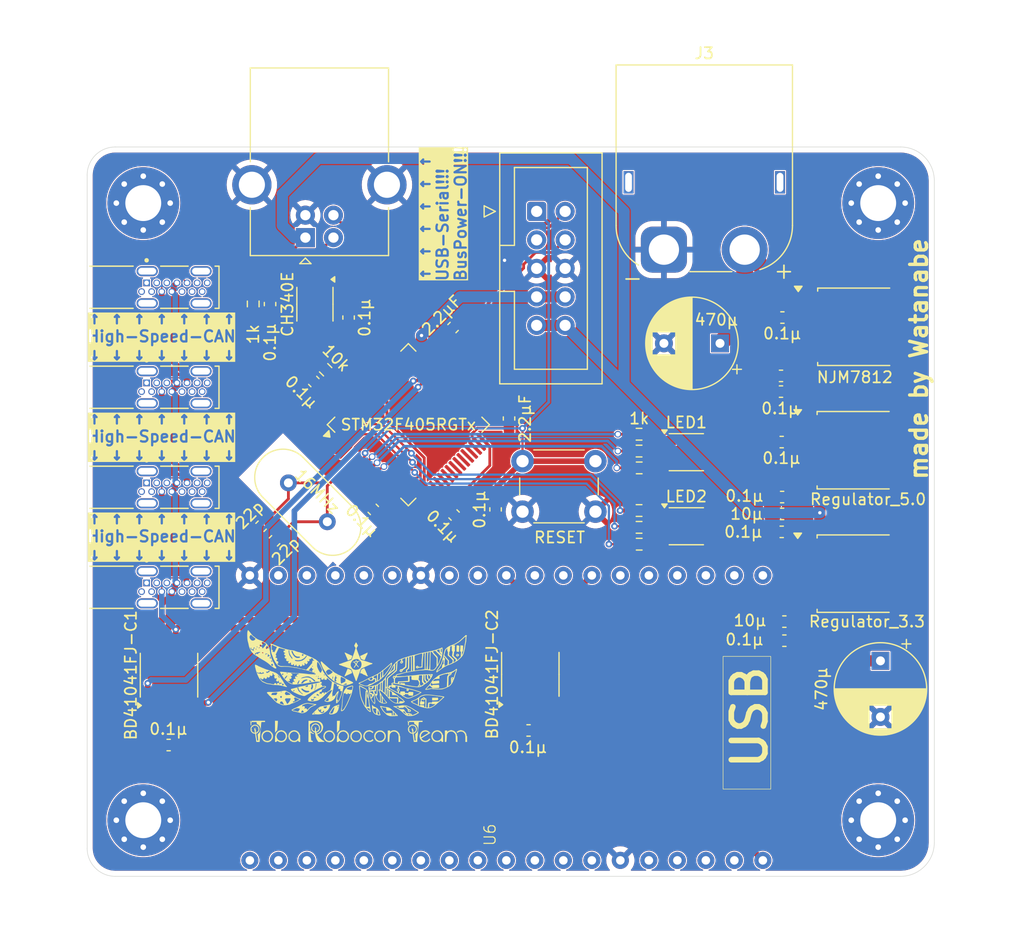
<source format=kicad_pcb>
(kicad_pcb (version 20241229) (generator "pcbnew") (generator_version "9.0")
  (layers (0 "F.Cu" signal) (2 "B.Cu" signal) (13 "F.Paste" user) (15 "B.Paste" user) (5 "F.SilkS" user "F.Silkscreen") (7 "B.SilkS" user "B.Silkscreen") (1 "F.Mask" user) (3 "B.Mask" user) (25 "Edge.Cuts" user))
  (net 0 "")
  (net 1 "CAN_RX")
  (net 2 "CAN_TX")
  (net 3 "CAN_H")
  (net 4 "CAN_L")
  (net 6 "GND")
  (net 7 "+5V")
  (net 8 "NRST")
  (net 9 "Net-(U1-PH0)")
  (net 10 "Net-(U1-PH1)")
  (net 11 "Net-(U1-VCAP_1)")
  (net 12 "Net-(U1-VCAP_2)")
  (net 13 "Net-(U2-V3)")
  (net 14 "+24V")
  (net 15 "+12V")
  (net 16 "+3.3V")
  (net 18 "SWDIO")
  (net 19 "SWCLK")
  (net 76 "Net-(LED1-BA)")
  (net 77 "Net-(LED1-GA)")
  (net 78 "Net-(LED1-RA)")
  (net 79 "Net-(LED2-RA)")
  (net 80 "Net-(LED2-GA)")
  (net 81 "Net-(LED2-BA)")
  (net 82 "Net-(U1-BOOT0)")
  (net 83 "LED1_B")
  (net 84 "LED1_R")
  (net 85 "LED1_G")
  (net 86 "LED2_B")
  (net 87 "LED2_R")
  (net 88 "LED2_G")
  (net 89 "Net-(U2-TNOW)")
  (net 117 "VCP_TX")
  (net 118 "VCP_RX")
  (net 131 "CAN_TX_ESP32")
  (net 133 "CAN_RX_ESP32")
  (net 166 "Net-(J1-D-)")
  (net 167 "Net-(J1-D+)")
  (footprint "Connector_IDC:IDC-Header_2x05_P2.54mm_Vertical" (layer "F.Cu") (at 231.56 51.74)
    (property "Reference" "J2" (hide yes))
    (property "Value" "Conn_02x05_Odd_Even" (hide yes))
  )
  (footprint "Capacitor_SMD:C_0603_1608Metric_Pad1.08x0.95mm_HandSolder" (layer "F.Cu") (at 198.7625 99.3 180)
    (property "Reference" "C2" (hide yes))
    (property "Value" "0.1μ")
  )
  (footprint "Button_Switch_THT:SW_PUSH_6mm" (layer "F.Cu") (at 236.8 78.5 180)
    (property "Reference" "SW1" (hide yes))
    (property "Value" "RESET")
  )
  (footprint "Capacitor_SMD:C_0603_1608Metric_Pad1.08x0.95mm_HandSolder" (layer "F.Cu") (at 214.8 61.2 90)
    (property "Reference" "C7" (hide yes))
    (property "Value" "0.1μ")
  )
  (footprint "Capacitor_THT:CP_Radial_D8.0mm_P5.00mm" (layer "F.Cu") (at 247.902651 63.5 180)
    (property "Reference" "C9" (hide yes))
    (property "Value" "470μ")
  )
  (footprint "Crystal:Crystal_HC18-U_Vertical" (layer "F.Cu") (at 212.9 79.4 135)
    (property "Reference" "Y1" (hide yes))
    (property "Value" "16MHz")
  )
  (footprint "Capacitor_SMD:C_0603_1608Metric_Pad1.08x0.95mm_HandSolder" (layer "F.Cu") (at 211.7 66.9 135)
    (property "Reference" "C19" (hide yes))
    (property "Value" "0.1μ")
  )
  (footprint "Capacitor_SMD:C_0603_1608Metric_Pad1.08x0.95mm_HandSolder" (layer "F.Cu") (at 253.4625 61.2)
    (property "Reference" "C10" (hide yes))
    (property "Value" "0.1μ")
  )
  (footprint "Resistor_SMD:R_0603_1608Metric_Pad0.98x0.95mm_HandSolder" (layer "F.Cu") (at 240.7 74.6)
    (property "Reference" "R4" (hide yes))
    (property "Value" "1k" (hide yes))
  )
  (footprint "Capacitor_SMD:C_0603_1608Metric_Pad1.08x0.95mm_HandSolder" (layer "F.Cu") (at 253.4375 77.2)
    (property "Reference" "C14" (hide yes))
    (property "Value" "0.1μ")
  )
  (footprint "Capacitor_SMD:C_0603_1608Metric_Pad1.08x0.95mm_HandSolder" (layer "F.Cu") (at 253.4 80.3)
    (property "Reference" "C16" (hide yes))
    (property "Value" "0.1μ")
  )
  (footprint "Capacitor_SMD:C_0603_1608Metric_Pad1.08x0.95mm_HandSolder" (layer "F.Cu") (at 207.8 60 90)
    (property "Reference" "C8" (hide yes))
    (property "Value" "0.1μ")
  )
  (footprint "Capacitor_SMD:C_0603_1608Metric_Pad1.08x0.95mm_HandSolder" (layer "F.Cu") (at 229.1 70.2 90)
    (property "Reference" "C5" (hide yes))
    (property "Value" "2.2μF")
  )
  (footprint "Resistor_SMD:R_0603_1608Metric_Pad0.98x0.95mm_HandSolder" (layer "F.Cu") (at 206.3 59.9875 -90)
    (property "Reference" "R13" (hide yes))
    (property "Value" "1k")
  )
  (footprint "Capacitor_THT:CP_Radial_D8.0mm_P5.00mm" (layer "F.Cu") (at 262.2 91.797349 -90)
    (property "Reference" "C23" (hide yes))
    (property "Value" "470μ")
  )
  (footprint "MountingHole:MountingHole_3.2mm_M3_Pad_Via" (layer "F.Cu") (at 262 51)
    (property "Reference" "REF**" (hide yes))
    (property "Value" "MountingHole_3.2mm_M3_Pad_Via")
  )
  (footprint "Resistor_SMD:R_0603_1608Metric_Pad0.98x0.95mm_HandSolder" (layer "F.Cu") (at 240.6875 78.4)
    (property "Reference" "R5" (hide yes))
    (property "Value" "1k" (hide yes))
  )
  (footprint "Capacitor_SMD:C_0603_1608Metric_Pad1.08x0.95mm_HandSolder" (layer "F.Cu") (at 230.8375 98 180)
    (property "Reference" "C22" (hide yes))
    (property "Value" "0.1μ")
  )
  (footprint "Capacitor_SMD:C_0603_1608Metric_Pad1.08x0.95mm_HandSolder" (layer "F.Cu") (at 207 79.8 -135)
    (property "Reference" "C3" (hide yes))
    (property "Value" "22p")
  )
  (footprint "Capacitor_SMD:C_0603_1608Metric_Pad1.08x0.95mm_HandSolder" (layer "F.Cu") (at 253.6375 90)
    (property "Reference" "C17" (hide yes))
    (property "Value" "0.1μ")
  )
  (footprint "MountingHole:MountingHole_3.2mm_M3_Pad_Via" (layer "F.Cu") (at 262 106)
    (property "Reference" "REF**" (hide yes))
    (property "Value" "MountingHole_3.2mm_M3_Pad_Via")
  )
  (footprint "my_parts:SAMESKY_UJ20-C-R-G-TH-3-P14" (layer "F.Cu") (at 196 76.327 -90)
    (property "Reference" "J6" (hide yes))
    (property "Value" "UJ20-C-R-G-TH-3-P14")
  )
  (footprint "my_parts:SAMESKY_UJ20-C-R-G-TH-3-P14" (layer "F.Cu") (at 196 67.4135 -90)
    (property "Reference" "J5" (hide yes))
    (property "Value" "UJ20-C-R-G-TH-3-P14")
  )
  (footprint "Resistor_SMD:R_0603_1608Metric_Pad0.98x0.95mm_HandSolder" (layer "F.Cu") (at 212.754765 65.854765 -45)
    (property "Reference" "R1" (hide yes))
    (property "Value" "10k")
  )
  (footprint "my_parts:SAMESKY_UJ20-C-R-G-TH-3-P14" (layer "F.Cu") (at 196 58.5 -90)
    (property "Reference" "J4" (hide yes))
    (property "Value" "UJ20-C-R-G-TH-3-P14")
  )
  (footprint "Resistor_SMD:R_0603_1608Metric_Pad0.98x0.95mm_HandSolder" (layer "F.Cu") (at 240.6875 71.6)
    (property "Reference" "R2" (hide yes))
    (property "Value" "1k")
  )
  (footprint "MountingHole:MountingHole_3.2mm_M3_Pad_Via" (layer "F.Cu") (at 196.5 51)
    (property "Reference" "REF**" (hide yes))
    (property "Value" "MountingHole_3.2mm_M3_Pad_Via")
  )
  (footprint "Capacitor_SMD:C_0603_1608Metric_Pad1.08x0.95mm_HandSolder" (layer "F.Cu") (at 208.2 81.1 -135)
    (property "Reference" "C4" (hide yes))
    (property "Value" "22p")
  )
  (footprint "Package_TO_SOT_SMD:TO-252-2" (layer "F.Cu") (at 259.865 73.025)
    (property "Reference" "U4" (hide yes))
    (property "Value" "Regulator_5.0")
  )
  (footprint "Capacitor_SMD:C_0603_1608Metric_Pad1.08x0.95mm_HandSolder" (layer "F.Cu") (at 217 78.3 -45)
    (property "Reference" "C21" (hide yes))
    (property "Value" "0.1μ")
  )
  (footprint "my_parts:SAMESKY_UJ20-C-R-G-TH-3-P14" (layer "F.Cu") (at 196 85.2405 -90)
    (property "Reference" "J7" (hide yes))
    (property "Value" "UJ20-C-R-G-TH-3-P14")
  )
  (footprint "LED_SMD:LED_ROHM_SMLVN6" (layer "F.Cu") (at 244.9 73.2)
    (property "Reference" "LED1")
    (property "Value" "SMLVN6RGB")
  )
  (footprint "Package_SO:SOIC-8_3.9x4.9mm_P1.27mm" (layer "F.Cu") (at 230.995 93 90)
    (property "Reference" "BD41041FJ-C2")
    (property "Value" "MCP2561-E-SN" (hide yes))
  )
  (footprint "Capacitor_SMD:C_0603_1608Metric_Pad1.08x0.95mm_HandSolder" (layer "F.Cu") (at 224.10988 62.09012 45)
    (property "Reference" "C6" (hide yes))
    (property "Value" "2.2μF")
  )
  (footprint "Package_SO:MSOP-10_3x3mm_P0.5mm" (layer "F.Cu") (at 211.8 60.0125 -90)
    (property "Reference" "U2" (hide yes))
    (property "Value" "CH340E")
  )
  (footprint "Capacitor_SMD:C_0603_1608Metric_Pad1.08x0.95mm_HandSolder" (layer "F.Cu") (at 253.4375 78.7)
    (property "Reference" "C15" (hide yes))
    (property "Value" "10μ")
  )
  (footprint "Capacitor_SMD:C_0603_1608Metric_Pad1.08x0.95mm_HandSolder" (layer "F.Cu") (at 253.6375 88.3)
    (property "Reference" "C18" (hide yes))
    (property "Value" "10μ")
  )
  (footprint "Resistor_SMD:R_0603_1608Metric_Pad0.98x0.95mm_HandSolder" (layer "F.Cu") (at 240.6875 79.9)
    (property "Reference" "R6" (hide yes))
    (property "Value" "1k" (hide yes))
  )
  (footprint "Package_TO_SOT_SMD:TO-252-2" (layer "F.Cu") (at 259.865 84.025)
    (property "Reference" "U5" (hide yes))
    (property "Value" "Regulator_3.3")
  )
  (footprint "Resistor_SMD:R_0603_1608Metric_Pad0.98x0.95mm_HandSolder" (layer "F.Cu") (at 240.6875 73.1)
    (property "Reference" "R3" (hide yes))
    (property "Value" "1k" (hide yes))
  )
  (footprint "MountingHole:MountingHole_3.2mm_M3_Pad_Via" (layer "F.Cu") (at 196.5 106)
    (property "Reference" "REF**" (hide yes))
    (property "Value" "MountingHole_3.2mm_M3_Pad_Via")
  )
  (footprint "Capacitor_SMD:C_0603_1608Metric_Pad1.08x0.95mm_HandSolder" (layer "F.Cu") (at 253.3375 66.4)
    (property "Reference" "C12" (hide yes))
    (property "Value" "0.1μ" (hide yes))
  )
  (footprint "Connector_USB:USB_B_OST_USB-B1HSxx_Horizontal" (layer "F.Cu") (at 210.95 54.0775 90)
    (property "Reference" "J1" (hide yes))
    (property "Value" "USB_B")
  )
  (footprint "Resistor_SMD:R_0603_1608Metric_Pad0.98x0.95mm_HandSolder" (layer "F.Cu") (at 240.7 81.4)
    (property "Reference" "R7" (hide yes))
    (property "Value" "1k" (hide yes))
  )
  (footprint "Capacitor_SMD:C_0603_1608Metric_Pad1.08x0.95mm_HandSolder" (layer "F.Cu") (at 253.3375 67.8)
    (property "Reference" "C11" (hide yes))
    (property "Value" "0.1μ")
  )
  (footprint "Connector_AMASS:AMASS_XT60PW-M_1x02_P7.20mm_Horizontal" (layer "F.Cu") (at 242.9 55.15)
    (property "Reference" "J3")
    (property "Value" "Conn_01x02_Pin")
  )
  (footprint "Capacitor_SMD:C_0603_1608Metric_Pad1.08x0.95mm_HandSolder" (layer "F.Cu") (at 224.2 78.8 -45)
    (property "Reference" "C20" (hide yes))
    (property "Value" "0.1μ")
  )
  (footprint "Package_SO:SOIC-8_3.9x4.9mm_P1.27mm" (layer "F.Cu") (at 198.795 93.075 90)
    (property "Reference" "BD41041FJ-C1")
    (property "Value" "MCP2561-E-SN" (hide yes))
  )
  (footprint "Package_TO_SOT_SMD:TO-252-2" (layer "F.Cu") (at 259.915 62.025)
    (property "Reference" "U3" (hide yes))
    (property "Value" "NJM7812")
  )
  (footprint "Capacitor_SMD:C_0603_1608Metric_Pad1.08x0.95mm_HandSolder" (layer "F.Cu") (at 253.4 72.3)
    (property "Reference" "C13" (hide yes))
    (property "Value" "0.1μ")
  )
  (footprint "esp32:ESP32_DevkitC" (layer "F.Cu") (at 231.4 104.5 90)
    (property "Reference" "U6")
    (property "Value" "~")
  )
  (footprint "LED_SMD:LED_ROHM_SMLVN6" (layer "F.Cu") (at 244.9 79.8)
    (property "Reference" "LED2")
    (property "Value" "SMLVN6RGB")
  )
  (footprint "Package_QFP:LQFP-64_10x10mm_P0.5mm" (layer "F.Cu") (at 220.124606 70.750268 45)
    (property "Reference" "U1" (hide yes))
    (property "Value" "STM32F405RGTx")
  )
  (footprint "LOGO" (layer "F.Cu") (at 215.6 94.1)
    (property "Reference" "G***" (hide yes))
    (property "Value" "LOGO" (hide yes))
  )
  (footprint "Capacitor_SMD:C_0603_1608Metric_Pad1.08x0.95mm_HandSolder" (layer "F.Cu") (at 227.9 78.3 -90)
    (property "Reference" "C1" (hide yes))
    (property "Value" "0.1μ")
  )
  (gr_rect (start 248.175 91.4) (end 252.425 103.225) (stroke (width 0.05)) (fill no) (layer "F.SilkS"))
  (gr_line (start 191.5 48.5) (end 191.5 108.5) (stroke (width 0.05)) (layer "Edge.Cuts"))
  (gr_line (start 194 111) (end 264 111) (stroke (width 0.05)) (layer "Edge.Cuts"))
  (gr_line (start 264 46) (end 194 46) (stroke (width 0.05)) (layer "Edge.Cuts"))
  (gr_arc (start 191.5 48.5) (mid 192.232233 46.732233) (end 194 46) (stroke (width 0.05)) (layer "Edge.Cuts"))
  (gr_line (start 267 49) (end 267 108) (stroke (width 0.05)) (layer "Edge.Cuts"))
  (gr_arc (start 194 111) (mid 192.232233 110.267767) (end 191.5 108.5) (stroke (width 0.05)) (layer "Edge.Cuts"))
  (gr_arc (start 264 46) (mid 266.12132 46.87868) (end 267 49) (stroke (width 0.05)) (layer "Edge.Cuts"))
  (gr_arc (start 267 108) (mid 266.12132 110.12132) (end 264 111) (stroke (width 0.05)) (layer "Edge.Cuts"))
  (gr_text "made by Watanabe" (at 266.5 75.8 90) (layer "F.SilkS") (effects (font (size 1.5 1.5) (thickness 0.3) (bold yes)) (justify left bottom)))
  (gr_text "↑ ↑ ↑ ↑ ↑ ↑ ↑\nHigh-Speed-CAN\n↓ ↓ ↓ ↓ ↓ ↓ ↓" (at 191.4 82.9 0) (layer "F.SilkS" knockout) (effects (font (size 1 1) (thickness 0.2) (bold yes)) (justify left bottom)))
  (gr_text "↑ ↑ ↑ ↑ ↑ ↑\nUSB-Serial!!!\nBusPower-ON!!!" (at 225.375 58.05 90) (layer "F.SilkS" knockout) (effects (font (size 1 1) (thickness 0.2) (bold yes)) (justify left bottom)))
  (gr_text "↑ ↑ ↑ ↑ ↑ ↑ ↑\nHigh-Speed-CAN\n↓ ↓ ↓ ↓ ↓ ↓ ↓" (at 191.4 74 0) (layer "F.SilkS" knockout) (effects (font (size 1 1) (thickness 0.2) (bold yes)) (justify left bottom)))
  (gr_text "USB" (at 252.3 101.65 90) (layer "F.SilkS") (effects (font (size 3 3) (thickness 0.5) (bold yes)) (justify left bottom)))
  (gr_text "↑ ↑ ↑ ↑ ↑ ↑ ↑\nHigh-Speed-CAN\n↓ ↓ ↓ ↓ ↓ ↓ ↓" (at 191.4 65.075 0) (layer "F.SilkS" knockout) (effects (font (size 1 1) (thickness 0.2) (bold yes)) (justify left bottom)))
  (segment (start 200.7 95.55) (end 202.25 95.55) (width 0.5) (layer "F.Cu") (net 1))
  (segment (start 221 67.4) (end 222.9 65.5) (width 0.25) (layer "F.Cu") (net 1))
  (segment (start 202.25 95.55) (end 202.3 95.5) (width 0.5) (layer "F.Cu") (net 1))
  (via (at 202.3 95.5) (size 0.6) (drill 0.3) (layers "F.Cu" "B.Cu") (net 1))
  (via (at 221 67.4) (size 0.6) (drill 0.3) (layers "F.Cu" "B.Cu") (net 1))
  (segment (start 209.968 78.432) (end 221 67.4) (width 0.5) (layer "B.Cu") (net 1))
  (segment (start 209.968 87.832) (end 209.968 78.432) (width 0.5) (layer "B.Cu") (net 1))
  (segment (start 202.3 95.5) (end 209.968 87.832) (width 0.5) (layer "B.Cu") (net 1))
  (segment (start 196.9 95.54) (end 196.89 95.55) (width 0.5) (layer "F.Cu") (net 2))
  (segment (start 220.839504 66.85339) (end 220.562712 66.85339) (width 0.25) (layer "F.Cu") (net 2))
  (segment (start 222.546447 65.146447) (end 220.839504 66.85339) (width 0.25) (layer "F.Cu") (net 2))
  (segment (start 196.9 93.8) (end 196.9 95.54) (width 0.5) (layer "F.Cu") (net 2))
  (via (at 220.562712 66.85339) (size 0.6) (drill 0.3) (layers "F.Cu" "B.Cu") (net 2))
  (via (at 196.9 93.8) (size 0.6) (drill 0.3) (layers "F.Cu" "B.Cu") (net 2))
  (segment (start 200.3 93.5) (end 197.2 93.5) (width 0.5) (layer "B.Cu") (net 2))
  (segment (start 220.562712 66.85339) (end 207.428 79.988102) (width 0.5) (layer "B.Cu") (net 2))
  (segment (start 197.2 93.5) (end 196.9 93.8) (width 0.5) (layer "B.Cu") (net 2))
  (segment (start 207.428 79.988102) (end 207.428 86.372) (width 0.5) (layer "B.Cu") (net 2))
  (segment (start 207.428 86.372) (end 200.3 93.5) (width 0.5) (layer "B.Cu") (net 2))
  (segment (start 199.05 85.6305) (end 199.35 85.3305) (width 0.5) (layer "F.Cu") (net 3))
  (segment (start 199.2 58.74) (end 199.05 58.89) (width 0.5) (layer "F.Cu") (net 3))
  (segment (start 230.36 90.525) (end 230.36 88.84) (width 0.5) (layer "F.Cu") (net 3))
  (segment (start 199.05 76.717) (end 199.35 76.417) (width 0.5) (layer "F.Cu") (net 3))
  (segment (start 199.35 76.087) (end 199.5 75.937) (width 0.5) (layer "F.Cu") (net 3))
  (segment (start 199.05 67.784261) (end 199.5 67.334261) (width 0.5) (layer "F.Cu") (net 3))
  (segment (start 230.36 88.84) (end 204.146262 88.84) (width 0.5) (layer "F.Cu") (net 3))
  (segment (start 199.05 67.8035) (end 199.05 67.784261) (width 0.5) (layer "F.Cu") (net 3))
  (segment (start 198.225 91.925) (end 198.16 91.86) (width 0.5) (layer "F.Cu") (net 3))
  (segment (start 204.146262 88.84) (end 201.061262 91.925) (width 0.5) (layer "F.Cu") (net 3))
  (segment (start 199.05 85.85) (end 198.16 86.74) (width 0.5) (layer "F.Cu") (net 3))
  (segment (start 201.061262 91.925) (end 198.225 91.925) (width 0.5) (layer "F.Cu") (net 3))
  (segment (start 199.35 76.417) (end 199.35 76.087) (width 0.5) (layer "F.Cu") (net 3))
  (segment (start 199.35 85.0005) (end 199.5 84.8505) (width 0.5) (layer "F.Cu") (net 3))
  (segment (start 199.5 67.334261) (end 199.5 67.0235) (width 0.5) (layer "F.Cu") (net 3))
  (segment (start 199.5 58.11) (end 199.2 58.41) (width 0.5) (layer "F.Cu") (net 3))
  (segment (start 199.35 85.3305) (end 199.35 85.0005) (width 0.5) (layer "F.Cu") (net 3))
  (segment (start 198.16 86.74) (end 198.16 90.6) (width 0.5) (layer "F.Cu") (net 3))
  (segment (start 199.2 58.41) (end 199.2 58.74) (width 0.5) (layer "F.Cu") (net 3))
  (segment (start 198.16 91.86) (end 198.16 90.6) (width 0.5) (layer "F.Cu") (net 3))
  (segment (start 199.05 85.6305) (end 199.05 85.85) (width 0.5) (layer "F.Cu") (net 3))
  (segment (start 199.35 84.7005) (end 199.5 84.8505) (width 0.5) (layer "B.Cu") (net 3))
  (segment (start 199.05 76.717) (end 199.35 77.017) (width 0.5) (layer "B.Cu") (net 3))
  (segment (start 199.35 59.19) (end 199.35 66.8735) (width 0.5) (layer "B.Cu") (net 3))
  (segment (start 199.05 58.89) (end 199.35 59.19) (width 0.5) (layer "B.Cu") (net 3))
  (segment (start 199.05 67.8035) (end 199.35 68.1035) (width 0.5) (layer "B.Cu") (net 3))
  (segment (start 199.35 68.1035) (end 199.35 75.787) (width 0.5) (layer "B.Cu") (net 3))
  (segment (start 199.35 77.017) (end 199.35 84.7005) (width 0.5) (layer "B.Cu") (net 3))
  (segment (start 199.35 75.787) (end 199.5 75.937) (width 0.5) (layer "B.Cu") (net 3))
  (segment (start 199.35 66.8735) (end 199.5 67.0235) (width 0.5) (layer "B.Cu") (net 3))
  (segment (start 198.15 67.8035) (end 198.15 66.837103) (width 0.1) (layer "F.Cu") (net 4))
  (segment (start 198.15 57.923603) (end 198.413603 57.66) (width 0.1) (layer "F.Cu") (net 4))
  (segment (start 198.15 64.114871) (end 200.4 66.364871) (width 0.5) (layer "F.Cu") (net 4))
  (segment (start 230.669239 88.15) (end 200.25 88.15) (width 0.5) (layer "F.Cu") (net 4))
  (segment (start 199.95 75.487) (end 200.4 75.937) (width 0.1) (layer "F.Cu") (net 4))
  (segment (start 198.15 85.6305) (end 198.15 84.664103) (width 0.1) (layer "F.Cu") (net 4))
  (segment (start 199.95 66.5735) (end 200.4 67.0235) (width 0.1) (layer "F.Cu") (net 4))
  (segment (start 198.15 66.837103) (end 198.413603 66.5735) (width 0.1) (layer "F.Cu") (net 4))
  (segment (start 199.4 90.57) (end 199.43 90.6) (width 0.5) (layer "F.Cu") (net 4))
  (segment (start 231.63 89.110761) (end 230.669239 88.15) (width 0.5) (layer "F.Cu") (net 4))
  (segment (start 200.35 84.8005) (end 200.4 84.8505) (width 0.5) (layer "F.Cu") (net 4))
  (segment (start 199.4 89) (end 199.4 90.57) (width 0.5) (layer "F.Cu") (net 4))
  (segment (start 200.25 88.15) (end 199.4 89) (width 0.5) (layer "F.Cu") (net 4))
  (segment (start 198.413603 66.5735) (end 199.95 66.5735) (width 0.1) (layer "F.Cu") (net 4))
  (segment (start 198.15 58.89) (end 198.15 57.923603) (width 0.1) (layer "F.Cu") (net 4))
  (segment (start 200.4 66.364871) (end 200.4 67.0235) (width 0.5) (layer "F.Cu") (net 4))
  (segment (start 198.413603 75.487) (end 199.95 75.487) (width 0.1) (layer "F.Cu") (net 4))
  (segment (start 198.15 81.4) (end 200.35 83.6) (width 0.5) (layer "F.Cu") (net 4))
  (segment (start 200.4 75.278371) (end 200.4 75.937) (width 0.5) (layer "F.Cu") (net 4))
  (segment (start 198.15 58.89) (end 198.15 64.114871) (width 0.5) (layer "F.Cu") (net 4))
  (segment (start 198.15 67.8035) (end 198.15 73.028371) (width 0.5) (layer "F.Cu") (net 4))
  (segment (start 198.15 84.664103) (end 198.413603 84.4005) (width 0.1) (layer "F.Cu") (net 4))
  (segment (start 198.15 76.717) (end 198.15 81.4) (width 0.5) (layer "F.Cu") (net 4))
  (segment (start 199.95 57.66) (end 200.4 58.11) (width 0.1) (layer "F.Cu") (net 4))
  (segment (start 198.413603 57.66) (end 199.95 57.66) (width 0.1) (layer "F.Cu") (net 4))
  (segment (start 200.35 83.6) (end 200.35 84.8005) (width 0.5) (layer "F.Cu") (net 4))
  (segment (start 198.413603 84.4005) (end 199.95 84.4005) (width 0.1) (layer "F.Cu") (net 4))
  (segment (start 231.63 90.525) (end 231.63 89.110761) (width 0.5) (layer "F.Cu") (net 4))
  (segment (start 198.15 73.028371) (end 200.4 75.278371) (width 0.5) (layer "F.Cu") (net 4))
  (segment (start 198.15 75.750603) (end 198.413603 75.487) (width 0.1) (layer "F.Cu") (net 4))
  (segment (start 199.95 84.4005) (end 200.4 84.8505) (width 0.1) (layer "F.Cu") (net 4))
  (segment (start 198.15 76.717) (end 198.15 75.750603) (width 0.1) (layer "F.Cu") (net 4))
  (via (at 199.4 89) (size 0.6) (drill 0.3) (layers "F.Cu" "B.Cu") (net 4))
  (segment (start 198.15 87.75) (end 199.4 89) (width 0.5) (layer "B.Cu") (net 4))
  (segment (start 198.15 85.6305) (end 198.15 87.75) (width 0.5) (layer "B.Cu") (net 4))
  (via (at 228.7 56.1) (size 0.6) (drill 0.3) (layers "F.Cu" "B.Cu") (net 6))
  (segment (start 253.725 75.305) (end 252.575 76.455) (width 1.5) (layer "F.Cu") (net 7))
  (segment (start 207.8 60.8625) (end 208.7 60.8625) (width 0.25) (layer "F.Cu") (net 7))
  (segment (start 254.825 75.305) (end 253.725 75.305) (width 1.5) (layer "F.Cu") (net 7))
  (segment (start 199.625 99.3) (end 230.4 99.3) (width 0.5) (layer "F.Cu") (net 7))
  (segment (start 257.797349 91.797349) (end 262.2 91.797349) (width 1) (layer "F.Cu") (net 7))
  (segment (start 208.6 56.4275) (end 208.6 60.7625) (width 0.25) (layer "F.Cu") (net 7))
  (segment (start 244.87 102.73) (end 251.72 109.58) (width 0.5) (layer "F.Cu") (net 7))
  (segment (start 252.575 78.7) (end 252.575 80.2625) (width 1) (layer "F.Cu") (net 7))
  (segment (start 236.9675 102.73) (end 244.87 102.73) (width 0.5) (layer "F.Cu") (net 7))
  (segment (start 199.625 95.745) (end 199.43 95.55) (width 0.5) (layer "F.Cu") (net 7))
  (segment (start 252.5375 80.3) (end 252.5375 80.775) (width 1) (layer "F.Cu") (net 7))
  (segment (start 252.5375 80.775) (end 253.5075 81.745) (width 1) (layer "F.Cu") (net 7))
  (segment (start 208.6 60.7625) (end 208.7 60.8625) (width 0.25) (layer "F.Cu") (net 7))
  (segment (start 231.63 97.93) (end 231.7 98) (width 0.5) (layer "F.Cu") (net 7))
  (segment (start 231.7 98) (end 232.2375 98) (width 0.5) (layer "F.Cu") (net 7))
  (segment (start 244.87 102.73) (end 256.8 90.8) (width 1) (layer "F.Cu") (net 7))
  (segment (start 256.8 90.8) (end 256.8 78.6) (width 1) (layer "F.Cu") (net 7))
  (segment (start 210.95 54.0775) (end 208.6 56.4275) (width 0.25) (layer "F.Cu") (net 7))
  (segment (start 256.8 78.6) (end 256.8 77.28) (width 1) (layer "F.Cu") (net 7))
  (segment (start 231.63 95.475) (end 231.7 95.545) (width 0.5) (layer "F.Cu") (net 7))
  (segment (start 211.3 61.226712) (end 211.3 62.125) (width 0.25) (layer "F.Cu") (net 7))
  (segment (start 231.63 95.475) (end 231.63 97.93) (width 0.5) (layer "F.Cu") (net 7))
  (segment (start 253.5075 81.745) (end 254.825 81.745) (width 1) (layer "F.Cu") (net 7))
  (segment (start 232.2375 98) (end 236.9675 102.73) (width 0.5) (layer "F.Cu") (net 7))
  (segment (start 210.935788 60.8625) (end 211.3 61.226712) (width 0.25) (layer "F.Cu") (net 7))
  (segment (start 252.575 76.455) (end 252.575 77.3) (width 1.5) (layer "F.Cu") (net 7))
  (segment (start 256.8 90.8) (end 257.797349 91.797349) (width 1) (layer "F.Cu") (net 7))
  (segment (start 231.56 61.9) (end 234.1 61.9) (width 1) (layer "F.Cu") (net 7))
  (segment (start 252.575 80.2625) (end 252.5375 80.3) (width 1) (layer "F.Cu") (net 7))
  (segment (start 252.575 77.3) (end 252.575 78.8) (width 1.5) (layer "F.Cu") (net 7))
  (segment (start 208.7 60.8625) (end 210.935788 60.8625) (width 0.25) (layer "F.Cu") (net 7))
  (segment (start 256.8 77.28) (end 254.825 75.305) (width 1) (layer "F.Cu") (net 7))
  (segment (start 199.625 99.3) (end 199.625 95.745) (width 0.5) (layer "F.Cu") (net 7))
  (segment (start 230.4 99.3) (end 231.7 98) (width 0.5) (layer "F.Cu") (net 7))
  (via (at 256.8 78.6) (size 0.6) (drill 0.3) (layers "F.Cu" "B.Cu") (net 7))
  (segment (start 212.0825 47.0175) (end 208.9 50.2) (width 1) (layer "B.Cu") (net 7))
  (segment (start 250.8 78.6) (end 256.8 78.6) (width 1) (layer "B.Cu") (net 7))
  (segment (start 239.35 67.15) (end 239.35 51.75) (width 1) (layer "B.Cu") (net 7))
  (segment (start 209.9775 54.0775) (end 210.95 54.0775) (width 1) (layer "B.Cu") (net 7))
  (segment (start 208.9 50.2) (end 208.9 53) (width 1) (layer "B.Cu") (net 7))
  (segment (start 239.35 51.75) (end 234.6175 47.0175) (width 1) (layer "B.Cu") (net 7))
  (segment (start 234.1 61.9) (end 250.8 78.6) (width 1) (layer "B.Cu") (net 7))
  (segment (start 234.6175 47.0175) (end 212.0825 47.0175) (width 1) (layer "B.Cu") (net 7))
  (segment (start 208.9 53) (end 209.9775 54.0775) (width 1) (layer "B.Cu") (net 7))
  (segment (start 227.9 77.4375) (end 227.9 76.4) (width 0.5) (layer "F.Cu") (net 8))
  (segment (start 230.3 71.075) (end 230.3 74) (width 0.2) (layer "F.Cu") (net 8))
  (segment (start 227.9 76.4) (end 230.3 74) (width 0.5) (layer "F.Cu") (net 8))
  (segment (start 229.9 74.4) (end 227.9 76.4) (width 0.25) (layer "F.Cu") (net 8))
  (segment (start 216.273899 73.540315) (end 216.273899 73.286949) (width 0.2) (layer "F.Cu") (net 8))
  (segment (start 230.3 74) (end 236.8 74) (width 0.5) (layer "F.Cu") (net 8))
  (segment (start 215.581445 74.232769) (end 216.273899 73.540315) (width 0.2) (layer "F.Cu") (net 8))
  (via (at 230.3 71.075) (size 0.6) (drill 0.3) (layers "F.Cu" "B.Cu") (net 8))
  (via (at 216.273899 73.286949) (size 0.6) (drill 0.3) (layers "F.Cu" "B.Cu") (net 8))
  (segment (start 218.485848 71.075) (end 216.273899 73.286949) (width 0.2) (layer "B.Cu") (net 8))
  (segment (start 231.56 51.74) (end 232.635 52.815) (width 0.25) (layer "B.Cu") (net 8))
  (segment (start 232.635 68.74) (end 230.3 71.075) (width 0.25) (layer "B.Cu") (net 8))
  (segment (start 232.635 52.815) (end 232.635 68.74) (width 0.25) (layer "B.Cu") (net 8))
  (segment (start 230.3 71.075) (end 218.485848 71.075) (width 0.2) (layer "B.Cu") (net 8))
  (segment (start 209.435177 75.935177) (end 212.464823 75.935177) (width 0.25) (layer "F.Cu") (net 9))
  (segment (start 209.435177 75.935177) (end 209.435177 77.364823) (width 0.25) (layer "F.Cu") (net 9))
  (segment (start 209.435177 77.364823) (end 207.60988 79.19012) (width 0.25) (layer "F.Cu") (net 9))
  (segment (start 212.464823 75.935177) (end 214.874338 73.525662) (width 0.25) (layer "F.Cu") (net 9))
  (segment (start 212.9 76.207108) (end 215.227892 73.879216) (width 0.25) (layer "F.Cu") (net 10))
  (segment (start 212.9 79.4) (end 209.9 79.4) (width 0.25) (layer "F.Cu") (net 10))
  (segment (start 212.9 79.4) (end 212.9 76.207108) (width 0.25) (layer "F.Cu") (net 10))
  (segment (start 209.9 79.4) (end 208.80988 80.49012) (width 0.25) (layer "F.Cu") (net 10))
  (segment (start 229.1 71.0625) (end 226.2824 71.0625) (width 0.25) (layer "F.Cu") (net 11))
  (segment (start 226.2824 71.0625) (end 225.8 71.5449) (width 0.25) (layer "F.Cu") (net 11))
  (segment (start 225.8 71.5449) (end 225.8 71.829468) (width 0.25) (layer "F.Cu") (net 11))
  (segment (start 225.8 71.829468) (end 226.435534 72.465002) (width 0.25) (layer "F.Cu") (net 11))
  (segment (start 223.5 62.7) (end 223.5 62.77868) (width 0.25) (layer "F.Cu") (net 12))
  (segment (start 223.5 62.77868) (end 221.83934 64.43934) (width 0.25) (layer "F.Cu") (net 12))
  (segment (start 214.8 62.0625) (end 212.8625 62.0625) (width 0.25) (layer "F.Cu") (net 13))
  (segment (start 212.8625 62.0625) (end 212.8 62.125) (width 0.25) (layer "F.Cu") (net 13))
  (segment (start 250.1 61.302651) (end 250.202651 61.2) (width 1.5) (layer "F.Cu") (net 14))
  (segment (start 250.202651 61.2) (end 252.6 61.2) (width 1.5) (layer "F.Cu") (net 14))
  (segment (start 254.695 59.745) (end 250.1 55.15) (width 1.5) (layer "F.Cu") (net 14))
  (segment (start 250.1 61.302651) (end 247.902651 63.5) (width 1.5) (layer "F.Cu") (net 14))
  (segment (start 250.1 55.15) (end 250.1 61.302651) (width 1.5) (layer "F.Cu") (net 14))
  (segment (start 254.875 59.745) (end 254.695 59.745) (width 1.5) (layer "F.Cu") (net 14))
  (segment (start 254.875 64.305) (end 253.775 64.305) (width 1.5) (layer "F.Cu") (net 15))
  (segment (start 252.475 66.4) (end 252.475 67.8) (width 1.5) (layer "F.Cu") (net 15))
  (segment (start 252.475 68.395) (end 254.825 70.745) (width 1.5) (layer "F.Cu") (net 15))
  (segment (start 252.475 65.605) (end 252.475 66.4) (width 1.5) (layer "F.Cu") (net 15))
  (segment (start 253.59404 70.745) (end 254.825 70.745) (width 1.5) (layer "F.Cu") (net 15))
  (segment (start 252.5375 71.80154) (end 253.59404 70.745) (width 1.5) (layer "F.Cu") (net 15))
  (segment (start 253.775 64.305) (end 252.475 65.605) (width 1.5) (layer "F.Cu") (net 15))
  (segment (start 252.5375 72.3) (end 252.5375 71.80154) (width 1.5) (layer "F.Cu") (net 15))
  (segment (start 252.475 67.8) (end 252.475 68.395) (width 1.5) (layer "F.Cu") (net 15))
  (segment (start 218.217463 67.354111) (end 221.485787 64.085787) (width 0.25) (layer "F.Cu") (net 16))
  (segment (start 213.460125 69.389087) (end 213.460125 71.8) (width 0.25) (layer "F.Cu") (net 16))
  (segment (start 221.243416 75.758166) (end 221.542625 76.057375) (width 0.25) (layer "F.Cu") (net 16))
  (segment (start 221.542625 73.700162) (end 221.542625 76.057375) (width 0.25) (layer "F.Cu") (net 16))
  (segment (start 252.775 88.3) (end 252.775 90) (width 1.5) (layer "F.Cu") (net 16))
  (segment (start 212.30988 68.238842) (end 213.460125 69.389087) (width 0.25) (layer "F.Cu") (net 16))
  (segment (start 214.885125 70.375) (end 218.217463 70.375) (width 0.25) (layer "F.Cu") (net 16))
  (segment (start 213.460125 71.8) (end 214.885125 70.375) (width 0.25) (layer "F.Cu") (net 16))
  (segment (start 230.339344 82.8) (end 224.69012 77.150776) (width 0.25) (layer "F.Cu") (net 16))
  (segment (start 254.395 85.9) (end 239 85.9) (width 0.25) (layer "F.Cu") (net 16))
  (segment (start 223.59012 78.10487) (end 222.192893 76.707643) (width 0.25) (layer "F.Cu") (net 16))
  (segment (start 239 85.9) (end 237.7 84.6) (width 0.25) (layer "F.Cu") (net 16))
  (segment (start 234.1 59.36) (end 231.56 59.36) (width 1) (layer "F.Cu") (net 16))
  (segment (start 221.542625 76.057375) (end 222.192893 76.707643) (width 0.25) (layer "F.Cu") (net 16))
  (segment (start 253.725 86.305) (end 252.775 87.255) (width 1.5) (layer "F.Cu") (net 16))
  (segment (start 236.9 82.8) (end 230.339344 82.8) (width 0.25) (layer "F.Cu") (net 16))
  (segment (start 212.30988 67.50988) (end 212.30988 68.238842) (width 0.25) (layer "F.Cu") (net 16))
  (segment (start 223.59012 78.19012) (end 223.59012 78.10487) (width 0.25) (layer "F.Cu") (net 16))
  (segment (start 218.217463 70.375) (end 218.217463 67.354111) (width 0.25) (layer "F.Cu") (net 16))
  (segment (start 221.3 63.7) (end 221 64) (width 1) (layer "F.Cu") (net 16))
  (segment (start 237.7 84.6) (end 237.7 83.6) (width 0.25) (layer "F.Cu") (net 16))
  (segment (start 217.702765 76.354089) (end 218.298688 75.758166) (width 0.25) (layer "F.Cu") (net 16))
  (segment (start 254.825 86.305) (end 254.8 86.305) (width 1.5) (layer "F.Cu") (net 16))
  (segment (start 213.460125 71.8) (end 213.460125 72.111449) (width 0.25) (layer "F.Cu") (net 16))
  (segment (start 223.59012 78.19012) (end 224.69012 77.09012) (width 0.25) (layer "F.Cu") (net 16))
  (segment (start 254.8 86.305) (end 253.725 86.305) (width 1.5) (layer "F.Cu") (net 16))
  (segment (start 224.69012 77.09012) (end 227.385011 74.395229) (width 0.25) (layer "F.Cu") (net 16))
  (segment (start 221.3 62.8) (end 221.3 63.7) (width 1) (layer "F.Cu") (net 16))
  (segment (start 254.8 86.305) (end 254.395 85.9) (width 0.25) (layer "F.Cu") (net 16))
  (segment (start 218.217463 70.375) (end 221.542625 73.700162) (width 0.25) (layer "F.Cu") (net 16))
  (segment (start 227.385011 72.707373) (end 226.789087 72.111449) (width 0.25) (layer "F.Cu") (net 16))
  (segment (start 227.385011 74.395229) (end 227.385011 72.707373) (width 0.25) (layer "F.Cu") (net 16))
  (segment (start 218.298688 75.758166) (end 221.243416 75.758166) (width 0.25) (layer "F.Cu") (net 16))
  (segment (start 237.7 83.6) (end 236.9 82.8) (width 0.25) (layer "F.Cu") (net 16))
  (segment (start 224.69012 77.150776) (end 224.69012 77.09012) (width 0.25) (layer "F.Cu") (net 16))
  (segment (start 216.39012 77.666734) (end 217.702765 76.354089) (width 0.25) (layer "F.Cu") (net 16))
  (segment (start 252.775 87.255) (end 252.775 88.3) (width 1.5) (layer "F.Cu") (net 16))
  (segment (start 216.39012 77.69012) (end 216.39012 77.666734) (width 0.25) (layer "F.Cu") (net 16))
  (via (at 221.3 62.8) (size 0.6) (drill 0.3) (layers "F.Cu" "B.Cu") (net 16))
  (segment (start 224.74 59.36) (end 221.3 62.8) (width 1) (layer "B.Cu") (net 16))
  (segment (start 231.56 59.36) (end 224.74 59.36) (width 1) (layer "B.Cu") (net 16))
  (segment (start 231.45972 55.4) (end 232.98 55.4) (width 0.25) (layer "F.Cu") (net 18))
  (segment (start 230.4 56.45972) (end 231.45972 55.4) (width 0.25) (layer "F.Cu") (net 18))
  (segment (start 222.369669 64.792893) (end 223.615339 63.547223) (width 0.25) (layer "F.Cu") (net 18))
  (segment (start 230.4 56.78995) (end 230.4 56.45972) (width 0.25) (layer "F.Cu") (net 18))
  (segment (start 232.98 55.4) (end 234.1 54.28) (width 0.25) (layer "F.Cu") (net 18))
  (segment (start 223.615339 63.547223) (end 223.642727 63.547223) (width 0.25) (layer "F.Cu") (net 18))
  (segment (start 223.642727 63.547223) (end 230.4 56.78995) (width 0.25) (layer "F.Cu") (net 18))
  (segment (start 222.192893 64.792893) (end 222.369669 64.792893) (width 0.25) (layer "F.Cu") (net 18))
  (segment (start 229.644212 53.205) (end 232.635 53.205) (width 0.25) (layer "F.Cu") (net 19))
  (segment (start 218.763425 64.085787) (end 229.644212 53.205) (width 0.25) (layer "F.Cu") (net 19))
  (segment (start 232.635 53.205) (end 234.1 51.74) (width 0.25) (layer "F.Cu") (net 19))
  (segment (start 242.15 72.15) (end 241.6 71.6) (width 0.5) (layer "F.Cu") (net 76))
  (segment (start 243.375 72.15) (end 242.15 72.15) (width 0.5) (layer "F.Cu") (net 76))
  (segment (start 241.9625 74.25) (end 241.6125 74.6) (width 0.5) (layer "F.Cu") (net 77))
  (segment (start 243.375 74.25) (end 241.9625 74.25) (width 0.5) (layer "F.Cu") (net 77))
  (segment (start 243.275 73.1) (end 243.375 73.2) (width 0.5) (layer "F.Cu") (net 78))
  (segment (start 241.6 73.1) (end 243.275 73.1) (width 0.5) (layer "F.Cu") (net 78))
  (segment (start 243.275 79.9) (end 243.375 79.8) (width 0.5) (layer "F.Cu") (net 79))
  (segment (start 241.6 79.9) (end 243.275 79.9) (width 0.5) (layer "F.Cu") (net 79))
  (segment (start 242.1625 80.85) (end 241.6125 81.4) (width 0.5) (layer "F.Cu") (net 80))
  (segment (start 243.375 80.85) (end 242.1625 80.85) (width 0.5) (layer "F.Cu") (net 80))
  (segment (start 241.6 78.4) (end 243.025 78.4) (width 0.5) (layer "F.Cu") (net 81))
  (segment (start 243.025 78.4) (end 243.375 78.75) (width 0.5) (layer "F.Cu") (net 81))
  (segment (start 213.4 66.500536) (end 214.874338 67.974874) (width 0.25) (layer "F.Cu") (net 82))
  (segment (start 213.4 66.5) (end 213.4 66.500536) (width 0.25) (layer "F.Cu") (net 82))
  (segment (start 239.775 71.6) (end 238.8 71.6) (width 0.25) (layer "F.Cu") (net 83))
  (segment (start 216.9 73.62132) (end 215.934998 74.586322) (width 0.25) (layer "F.Cu") (net 83))
  (segment (start 216.9 73.6) (end 216.9 73.62132) (width 0.25) (layer "F.Cu") (net 83))
  (via (at 216.9 73.6) (size 0.6) (drill 0.4) (layers "F.Cu" "B.Cu") (net 83))
  (via (at 238.8 71.6) (size 0.6) (drill 0.4) (layers "F.Cu" "B.Cu") (net 83))
  (segment (start 218.9 71.6) (end 216.9 73.6) (width 0.25) (layer "B.Cu") (net 83))
  (segment (start 238.8 71.6) (end 218.9 71.6) (width 0.25) (layer "B.Cu") (net 83))
  (segment (start 217.139946 74.343952) (end 216.884476 74.343952) (width 0.25) (layer "F.Cu") (net 84))
  (segment (start 217.337288 74.14661) (end 217.139946 74.343952) (width 0.25) (layer "F.Cu") (net 84))
  (segment (start 216.884476 74.343952) (end 216.288552 74.939876) (width 0.25) (layer "F.Cu") (net 84))
  (segment (start 239.775 73.1) (end 238.8 73.1) (width 0.25) (layer "F.Cu") (net 84))
  (via (at 238.8 73.1) (size 0.6) (drill 0.4) (layers "F.Cu" "B.Cu") (net 84))
  (via (at 217.337288 74.14661) (size 0.6) (drill 0.4) (layers "F.Cu" "B.Cu") (net 84))
  (segment (start 219.283898 72.2) (end 237.9 72.2) (width 0.25) (layer "B.Cu") (net 84))
  (segment (start 237.9 72.2) (end 238.8 73.1) (width 0.25) (layer "B.Cu") (net 84))
  (segment (start 217.337288 74.14661) (end 219.283898 72.2) (width 0.25) (layer "B.Cu") (net 84))
  (segment (start 217.787479 74.64661) (end 217.951258 74.482831) (width 0.2) (layer "F.Cu") (net 85))
  (segment (start 217.288924 74.64661) (end 217.787479 74.64661) (width 0.2) (layer "F.Cu") (net 85))
  (segment (start 216.642105 75.293429) (end 217.288924 74.64661) (width 0.2) (layer "F.Cu") (net 85))
  (segment (start 238.7 74.6) (end 239.7875 74.6) (width 0.25) (layer "F.Cu") (net 85))
  (via (at 217.951258 74.482831) (size 0.6) (drill 0.4) (layers "F.Cu" "B.Cu") (net 85))
  (via (at 238.7 74.6) (size 0.6) (drill 0.4) (layers "F.Cu" "B.Cu") (net 85))
  (segment (start 219.759089 72.675) (end 237.348833 72.675) (width 0.25) (layer "B.Cu") (net 85))
  (segment (start 238.7 74.026167) (end 238.7 74.6) (width 0.25) (layer "B.Cu") (net 85))
  (segment (start 217.951258 74.482831) (end 219.759089 72.675) (width 0.25) (layer "B.Cu") (net 85))
  (segment (start 237.348833 72.675) (end 238.7 74.026167) (width 0.25) (layer "B.Cu") (net 85))
  (segment (start 239.775 78.4) (end 239 78.4) (width 0.2) (layer "F.Cu") (net 86))
  (segment (start 220.4 73.3) (end 217.8 70.7) (width 0.2) (layer "F.Cu") (net 86))
  (segment (start 215.57868 70.7) (end 213.813678 72.465002) (width 0.2) (layer "F.Cu") (net 86))
  (segment (start 217.8 70.7) (end 215.57868 70.7) (width 0.2) (layer "F.Cu") (net 86))
  (via (at 220.4 73.3) (size 0.6) (drill 0.3) (layers "F.Cu" "B.Cu") (net 86))
  (via (at 239 78.4) (size 0.6) (drill 0.3) (layers "F.Cu" "B.Cu") (net 86))
  (segment (start 222.3 75.2) (end 220.4 73.3) (width 0.2) (layer "B.Cu") (net 86))
  (segment (start 239 78.4) (end 239 77.8) (width 0.2) (layer "B.Cu") (net 86))
  (segment (start 236.4 75.2) (end 222.3 75.2) (width 0.2) (layer "B.Cu") (net 86))
  (segment (start 239 77.8) (end 236.4 75.2) (width 0.2) (layer "B.Cu") (net 86))
  (segment (start 217.6 71.2) (end 217.6 71.207107) (width 0.2) (layer "F.Cu") (net 87))
  (segment (start 214.885786 72.1) (end 214.9 72.1) (width 0.2) (layer "F.Cu") (net 87))
  (segment (start 214.167231 72.818555) (end 214.885786 72.1) (width 0.2) (layer "F.Cu") (net 87))
  (segment (start 239.675 79.8) (end 239.775 79.9) (width 0.2) (layer "F.Cu") (net 87))
  (segment (start 220.496446 74.103553) (end 220.496446 74.103554) (width 0.2) (layer "F.Cu") (net 87))
  (segment (start 215.7 71.3) (end 215.8 71.2) (width 0.2) (layer "F.Cu") (net 87))
  (segment (start 217.6 71.207107) (end 220.496446 74.103553) (width 0.2) (layer "F.Cu") (net 87))
  (segment (start 214.9 72.1) (end 215.7 71.3) (width 0.2) (layer "F.Cu") (net 87))
  (segment (start 215.8 71.2) (end 217.6 71.2) (width 0.2) (layer "F.Cu") (net 87))
  (segment (start 238.5 79.8) (end 239.675 79.8) (width 0.2) (layer "F.Cu") (net 87))
  (via (at 238.5 79.8) (size 0.6) (drill 0.3) (layers "F.Cu" "B.Cu") (net 87))
  (via (at 220.496446 74.103554) (size 0.6) (drill 0.3) (layers "F.Cu" "B.Cu") (net 87))
  (segment (start 221.992892 75.6) (end 236.3 75.6) (width 0.2) (layer "B.Cu") (net 87))
  (segment (start 236.3 75.6) (end 238.5 77.8) (width 0.2) (layer "B.Cu") (net 87))
  (segment (start 220.496446 74.103554) (end 221.992892 75.6) (width 0.2) (layer "B.Cu") (net 87))
  (segment (start 238.5 77.8) (end 238.5 79.8) (width 0.2) (layer "B.Cu") (net 87))
  (segment (start 217.285784 71.6) (end 216.092894 71.6) (width 0.2) (layer "F.Cu") (net 88))
  (segment (start 220.692892 75.007108) (end 217.285784 71.6) (width 0.2) (layer "F.Cu") (net 88))
  (segment (start 239.7875 81.4) (end 238 81.4) (width 0.2) (layer "F.Cu") (net 88))
  (segment (start 216.092894 71.6) (end 214.520785 73.172109) (width 0.2) (layer "F.Cu") (net 88))
  (via (at 220.692892 75.007108) (size 0.6) (drill 0.3) (layers "F.Cu" "B.Cu") (net 88))
  (via (at 238 81.4) (size 0.6) (drill 0.3) (layers "F.Cu" "B.Cu") (net 88))
  (segment (start 238 81.4) (end 238 78.002943) (width 0.2) (layer "B.Cu") (net 88))
  (segment (start 221.685784 76) (end 220.692892 75.007108) (width 0.2) (layer "B.Cu") (net 88))
  (segment (start 238 78.002943) (end 235.997057 76) (width 0.2) (layer "B.Cu") (net 88))
  (segment (start 235.997057 76) (end 222 76) (width 0.2) (layer "B.Cu") (net 88))
  (segment (start 222 76) (end 221.685784 76) (width 0.2) (layer "B.Cu") (net 88))
  (segment (start 207.525 62.125) (end 210.8 62.125) (width 0.25) (layer "F.Cu") (net 89))
  (segment (start 206.3 60.9) (end 207.525 62.125) (width 0.25) (layer "F.Cu") (net 89))
  (segment (start 215.849212 64) (end 217.349212 65.5) (width 0.25) (layer "F.Cu") (net 117))
  (segment (start 212.3 62.125) (end 212.3 63.1) (width 0.25) (layer "F.Cu") (net 117))
  (segment (start 212.3 63.1) (end 213.2 64) (width 0.25) (layer "F.Cu") (net 117))
  (segment (start 213.2 64) (end 215.849212 64) (width 0.25) (layer "F.Cu") (net 117))
  (segment (start 215.592104 64.45) (end 212.95 64.45) (width 0.25) (layer "F.Cu") (net 118))
  (segment (start 212.95 64.45) (end 211.8 63.3) (width 0.25) (layer "F.Cu") (net 118))
  (segment (start 211.8 63.3) (end 211.8 62.125) (width 0.25) (layer "F.Cu") (net 118))
  (segment (start 216.995658 65.853554) (end 215.592104 64.45) (width 0.25) (layer "F.Cu") (net 118))
  (segment (start 234.6 89.92) (end 234.6 91.5) (width 0.5) (layer "F.Cu") (net 131))
  (segment (start 231.95 94.15) (end 229.35 94.15) (width 0.5) (layer "F.Cu") (net 131))
  (segment (start 228.86 84.18) (end 234.6 89.92) (width 0.5) (layer "F.Cu") (net 131))
  (segment (start 234.6 91.5) (end 231.95 94.15) (width 0.5) (layer "F.Cu") (net 131))
  (segment (start 229.35 94.15) (end 229.09 94.41) (width 0.5) (layer "F.Cu") (net 131))
  (segment (start 229.09 94.41) (end 229.09 95.475) (width 0.5) (layer "F.Cu") (net 131))
  (segment (start 232.9 95.475) (end 235.2 93.175) (width 0.5) (layer "F.Cu") (net 133))
  (segment (start 235.2 93.175) (end 235.2 85.46) (width 0.5) (layer "F.Cu") (net 133))
  (segment (start 235.2 85.46) (end 236.48 84.18) (width 0.5) (layer "F.Cu") (net 133))
  (segment (start 212.3 55.2275) (end 213.45 54.0775) (width 0.25) (layer "F.Cu") (net 166))
  (segment (start 212.3 57.9) (end 212.3 55.2275) (width 0.25) (layer "F.Cu") (net 166))
  (segment (start 214.625 53.2525) (end 213.45 52.0775) (width 0.25) (layer "F.Cu") (net 167))
  (segment (start 212.8 57.9) (end 214.625 56.075) (width 0.25) (layer "F.Cu") (net 167))
  (segment (start 214.625 56.075) (end 214.625 53.2525) (width 0.25) (layer "F.Cu") (net 167))
  (zone (net 6) (net_name "GND") (layers "F.Cu" "B.Cu") (connect_pads thru_hole_only (clearance 0.1)) (min_thickness 0.1) (fill yes (thermal_gap 0.5) (thermal_bridge_width 0.5))
    (polygon (pts (xy 184.2 32.9) (xy 274.9 32.9) (xy 275 116.7) (xy 184.3 116.7)))
  )
  (zone (net 0) (net_name "") (layers "F.Cu" "B.Cu") (connect_pads (clearance 0)) (min_thickness 0.25)
    (keepout (tracks allowed) (vias allowed) (pads allowed) (copperpour not_allowed) (footprints allowed))
    (fill (thermal_gap 0.5) (thermal_bridge_width 0.5))
    (polygon (pts (xy 208.95 71.5) (xy 217.35 79.9) (xy 213.85 83.4) (xy 213.4 82.95) (xy 212.95 83.45) (xy 205 75.45)))
  )
)
</source>
